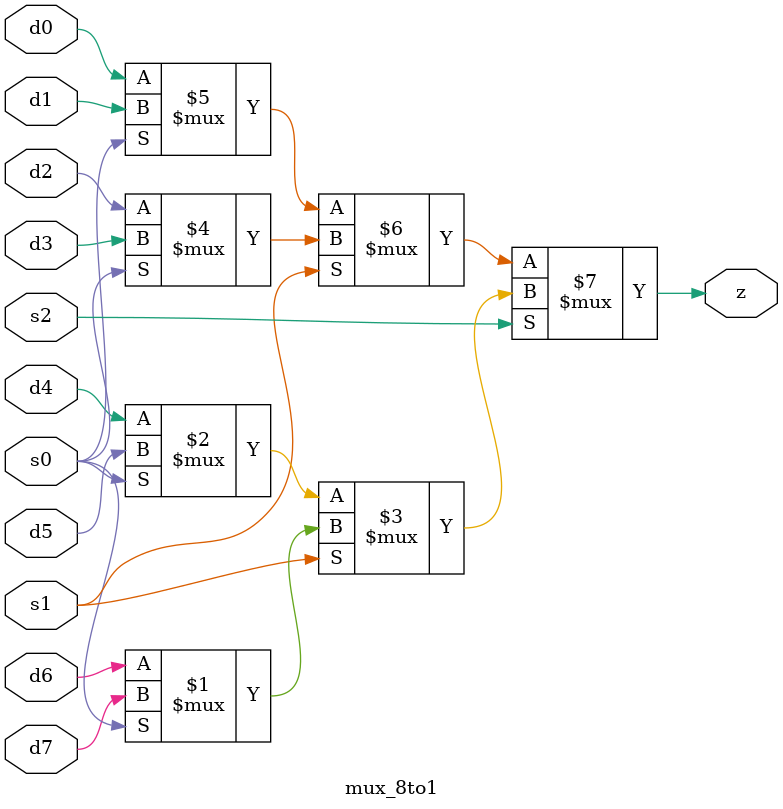
<source format=v>
`timescale 1ns / 1ps


module mux_8to1 (s0, s1, s2, d0, d1, d2, d3, d4, d5, d6, d7, z);
//d0 = and -- 000
//d2 = or  -- 010
//d3 = xor -- 011
//d4 = add -- 100
//d5 = addi-- 101
//d4 = sub -- 010
//d1 = sll -- 001
//d6 = srl -- 110
//d7 = mult-- 111
input s0, s1, s2, d0, d1, d2, d3, d4, d5, d6, d7;   //deklarimi i inputave
output z;                                           // deklarimi i 'z' si output

assign z = s2 ? s1 ? (s0 ? d7 : d6 ) : (s0 ? d5 : d4)  : s1 ? (s0 ? d3 : d2 ) : (s0 ? d1: d0 ); 
endmodule
</source>
